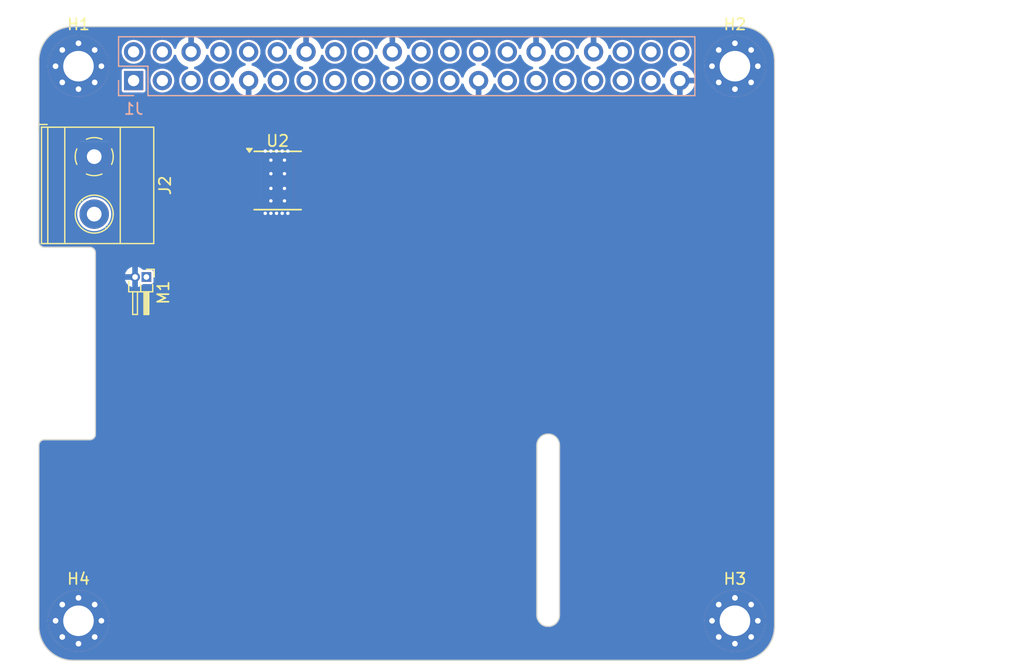
<source format=kicad_pcb>
(kicad_pcb (version 20240108) (generator "pcbnew") (generator_version "8.0")
  (title_block (date "15 nov 2012"))
  (layers (0 "F.Cu" signal) (31 "B.Cu" signal) (34 "B.Paste" user) (35 "F.Paste" user) (36 "B.SilkS" user "B.Silkscreen") (37 "F.SilkS" user "F.Silkscreen") (38 "B.Mask" user) (39 "F.Mask" user) (44 "Edge.Cuts" user))
  (net 0 "")
  (net 1 "GND")
  (net 2 "/GPIO2{slash}SDA1")
  (net 3 "/GPIO3{slash}SCL1")
  (net 4 "/GPIO4{slash}GPCLK0")
  (net 5 "/GPIO14{slash}TXD0")
  (net 6 "/GPIO15{slash}RXD0")
  (net 7 "/GPIO17")
  (net 8 "/GPIO18{slash}PCM.CLK")
  (net 9 "/GPIO27")
  (net 10 "/GPIO22")
  (net 11 "/GPIO23")
  (net 12 "/GPIO24")
  (net 13 "/GPIO10{slash}SPI0.MOSI")
  (net 14 "/GPIO9{slash}SPI0.MISO")
  (net 15 "/GPIO25")
  (net 16 "/GPIO11{slash}SPI0.SCLK")
  (net 17 "/GPIO8{slash}SPI0.CE0")
  (net 18 "/GPIO7{slash}SPI0.CE1")
  (net 19 "/ID_SDA")
  (net 20 "/ID_SCL")
  (net 21 "/GPIO5")
  (net 22 "/GPIO6")
  (net 23 "/GPIO12{slash}PWM0")
  (net 24 "/GPIO13{slash}PWM1")
  (net 25 "/GPIO19{slash}PCM.FS")
  (net 26 "/GPIO16")
  (net 27 "/GPIO26")
  (net 28 "/GPIO20{slash}PCM.DIN")
  (net 29 "/GPIO21{slash}PCM.DOUT")
  (net 30 "+5V")
  (net 31 "+3V3")
  (net 32 "Net-(U2-SS)")
  (net 33 "Net-(U2-COMP)")
  (net 34 "Net-(U2-VSENSE)")
  (net 35 "Net-(U2-BOOT)")
  (net 36 "Net-(J2-Pin_2)")
  (net 37 "Net-(U2-EN)")
  (net 38 "Net-(U2-PH)")
  (footprint "Connector_PinHeader_1.00mm:PinHeader_1x02_P1.00mm_Horizontal" (layer "F.Cu") (at 109.5 66.125 -90)
    (property "Reference" "M1" (at 1.375 -1.5 90) (layer "F.SilkS"))
    (property "Value" "Fan")
    (fp_line (start 1.31 1.56) (end 0.394493 1.56) (stroke (width 0.12)) (layer "F.SilkS"))
    (fp_line (start 3.31 1.21) (end 1.31 1.21) (stroke (width 0.12)) (layer "F.SilkS"))
    (fp_line (start 1.31 0.79) (end 3.31 0.79) (stroke (width 0.12)) (layer "F.SilkS"))
    (fp_line (start 3.31 0.79) (end 3.31 1.21) (stroke (width 0.12)) (layer "F.SilkS"))
    (fp_line (start 0.685 0.5) (end 1.31 0.5) (stroke (width 0.12)) (layer "F.SilkS"))
    (fp_line (start 3.31 0.21) (end 1.31 0.21) (stroke (width 0.12)) (layer "F.SilkS"))
    (fp_line (start 1.31 0.09) (end 3.31 0.09) (stroke (width 0.12)) (layer "F.SilkS"))
    (fp_line (start -0.685 0) (end -0.685 -0.685) (stroke (width 0.12)) (layer "F.SilkS"))
    (fp_line (start 1.31 -0.03) (end 3.31 -0.03) (stroke (width 0.12)) (layer "F.SilkS"))
    (fp_line (start 1.31 -0.15) (end 3.31 -0.15) (stroke (width 0.12)) (layer "F.SilkS"))
    (fp_line (start 1.31 -0.21) (end 3.31 -0.21) (stroke (width 0.12)) (layer "F.SilkS"))
    (fp_line (start 3.31 -0.21) (end 3.31 0.21) (stroke (width 0.12)) (layer "F.SilkS"))
    (fp_line (start 0.685 -0.56) (end 1.31 -0.56) (stroke (width 0.12)) (layer "F.SilkS"))
    (fp_line (start 1.31 -0.56) (end 1.31 1.56) (stroke (width 0.12)) (layer "F.SilkS"))
    (fp_line (start -0.685 -0.685) (end 0 -0.685) (stroke (width 0.12)) (layer "F.SilkS"))
    (pad "1" thru_hole rect (at 0 0 270) (size 0.85 0.85) (drill 0.5) (layers "*.Cu" "*.Mask") (net 30 "+5V"))
    (pad "2" thru_hole oval (at 0 1 270) (size 0.85 0.85) (drill 0.5) (layers "*.Cu" "*.Mask") (net 1 "GND"))
  )
  (footprint "MountingHole:MountingHole_2.7mm_Pad_Via" (layer "F.Cu") (at 161.5 96.5)
    (property "Reference" "H3" (at 0 -3.7 0) (layer "F.SilkS"))
    (property "Value" "MountingHole_Pad")
    (pad "1" thru_hole circle (at -2.025 0) (size 0.8 0.8) (drill 0.5) (layers "*.Cu" "*.Mask") (net 1 "GND"))
    (pad "1" thru_hole circle (at -1.431891 -1.431891) (size 0.8 0.8) (drill 0.5) (layers "*.Cu" "*.Mask") (net 1 "GND"))
    (pad "1" thru_hole circle (at -1.431891 1.431891) (size 0.8 0.8) (drill 0.5) (layers "*.Cu" "*.Mask") (net 1 "GND"))
    (pad "1" thru_hole circle (at 0 -2.025) (size 0.8 0.8) (drill 0.5) (layers "*.Cu" "*.Mask") (net 1 "GND"))
    (pad "1" thru_hole circle (at 0 0) (size 5.4 5.4) (drill 2.7) (layers "*.Cu" "*.Mask") (net 1 "GND"))
    (pad "1" thru_hole circle (at 0 2.025) (size 0.8 0.8) (drill 0.5) (layers "*.Cu" "*.Mask") (net 1 "GND"))
    (pad "1" thru_hole circle (at 1.431891 -1.431891) (size 0.8 0.8) (drill 0.5) (layers "*.Cu" "*.Mask") (net 1 "GND"))
    (pad "1" thru_hole circle (at 1.431891 1.431891) (size 0.8 0.8) (drill 0.5) (layers "*.Cu" "*.Mask") (net 1 "GND"))
    (pad "1" thru_hole circle (at 2.025 0) (size 0.8 0.8) (drill 0.5) (layers "*.Cu" "*.Mask") (net 1 "GND"))
  )
  (footprint "Package_SO:TI_SO-PowerPAD-8_ThermalVias" (layer "F.Cu") (at 121.1 57.6)
    (property "Reference" "U2" (at 0 -3.5 360) (layer "F.SilkS"))
    (property "Value" "TPS54336ADDA")
    (fp_line (start -2.075 -2.575) (end 2.075 -2.575) (stroke (width 0.15)) (layer "F.SilkS"))
    (fp_line (start -2.075 2.575) (end 2.075 2.575) (stroke (width 0.15)) (layer "F.SilkS"))
    (fp_poly (pts (xy -2.5 -2.5) (xy -2.74 -2.83) (xy -2.26 -2.83) (xy -2.5 -2.5)) (stroke (width 0.12)) (fill solid) (layer "F.SilkS"))
    (pad "1" smd rect (at -2.7 -1.905) (size 1.55 0.6) (layers "F.Cu" "F.Paste" "F.Mask") (net 35 "Net-(U2-BOOT)"))
    (pad "2" smd rect (at -2.7 -0.635) (size 1.55 0.6) (layers "F.Cu" "F.Paste" "F.Mask") (net 36 "Net-(J2-Pin_2)"))
    (pad "3" smd rect (at -2.7 0.635) (size 1.55 0.6) (layers "F.Cu" "F.Paste" "F.Mask") (net 38 "Net-(U2-PH)"))
    (pad "4" smd rect (at -2.7 1.905) (size 1.55 0.6) (layers "F.Cu" "F.Paste" "F.Mask") (net 1 "GND"))
    (pad "5" smd rect (at 2.7 1.905) (size 1.55 0.6) (layers "F.Cu" "F.Paste" "F.Mask") (net 34 "Net-(U2-VSENSE)"))
    (pad "6" smd rect (at 2.7 0.635) (size 1.55 0.6) (layers "F.Cu" "F.Paste" "F.Mask") (net 33 "Net-(U2-COMP)"))
    (pad "7" smd rect (at 2.7 -0.635) (size 1.55 0.6) (layers "F.Cu" "F.Paste" "F.Mask") (net 37 "Net-(U2-EN)"))
    (pad "8" smd rect (at 2.7 -1.905) (size 1.55 0.6) (layers "F.Cu" "F.Paste" "F.Mask") (net 32 "Net-(U2-SS)"))
    (pad "9" thru_hole circle (at -0.6 -1.8) (size 0.6 0.6) (drill 0.3) (layers "*.Cu") (net 1 "GND"))
    (pad "9" thru_hole circle (at -0.6 -0.6) (size 0.6 0.6) (drill 0.3) (layers "*.Cu") (net 1 "GND"))
    (pad "9" thru_hole circle (at -0.6 0.7) (size 0.6 0.6) (drill 0.3) (layers "*.Cu") (net 1 "GND"))
    (pad "9" thru_hole circle (at -0.6 1.8) (size 0.6 0.6) (drill 0.3) (layers "*.Cu") (net 1 "GND"))
    (pad "9" smd rect (at 0 0) (size 2.6 3.1) (layers "F.Cu" "F.Paste" "F.Mask") (net 1 "GND"))
    (pad "9" smd rect (at 0 0) (size 2.95 4.5) (layers "F.Cu") (net 1 "GND"))
    (pad "9" smd rect (at 0 0) (size 2.95 4.5) (layers "B.Cu") (net 1 "GND"))
    (pad "9" thru_hole circle (at 0.6 -1.8) (size 0.6 0.6) (drill 0.3) (layers "*.Cu") (net 1 "GND"))
    (pad "9" thru_hole circle (at 0.6 -0.6) (size 0.6 0.6) (drill 0.3) (layers "*.Cu") (net 1 "GND"))
    (pad "9" thru_hole circle (at 0.6 0.7) (size 0.6 0.6) (drill 0.3) (layers "*.Cu") (net 1 "GND"))
    (pad "9" thru_hole circle (at 0.6 1.8) (size 0.6 0.6) (drill 0.3) (layers "*.Cu") (net 1 "GND"))
  )
  (footprint "MountingHole:MountingHole_2.7mm_Pad_Via" (layer "F.Cu") (at 103.5 47.5)
    (property "Reference" "H1" (at 0 -3.7 0) (layer "F.SilkS"))
    (property "Value" "MountingHole_Pad")
    (pad "1" thru_hole circle (at -2.025 0) (size 0.8 0.8) (drill 0.5) (layers "*.Cu" "*.Mask") (net 1 "GND"))
    (pad "1" thru_hole circle (at -1.431891 -1.431891) (size 0.8 0.8) (drill 0.5) (layers "*.Cu" "*.Mask") (net 1 "GND"))
    (pad "1" thru_hole circle (at -1.431891 1.431891) (size 0.8 0.8) (drill 0.5) (layers "*.Cu" "*.Mask") (net 1 "GND"))
    (pad "1" thru_hole circle (at 0 -2.025) (size 0.8 0.8) (drill 0.5) (layers "*.Cu" "*.Mask") (net 1 "GND"))
    (pad "1" thru_hole circle (at 0 0) (size 5.4 5.4) (drill 2.7) (layers "*.Cu" "*.Mask") (net 1 "GND"))
    (pad "1" thru_hole circle (at 0 2.025) (size 0.8 0.8) (drill 0.5) (layers "*.Cu" "*.Mask") (net 1 "GND"))
    (pad "1" thru_hole circle (at 1.431891 -1.431891) (size 0.8 0.8) (drill 0.5) (layers "*.Cu" "*.Mask") (net 1 "GND"))
    (pad "1" thru_hole circle (at 1.431891 1.431891) (size 0.8 0.8) (drill 0.5) (layers "*.Cu" "*.Mask") (net 1 "GND"))
    (pad "1" thru_hole circle (at 2.025 0) (size 0.8 0.8) (drill 0.5) (layers "*.Cu" "*.Mask") (net 1 "GND"))
  )
  (footprint "MountingHole:MountingHole_2.7mm_Pad_Via" (layer "F.Cu") (at 103.5 96.5)
    (property "Reference" "H4" (at 0 -3.7 0) (layer "F.SilkS"))
    (property "Value" "MountingHole_Pad")
    (pad "1" thru_hole circle (at -2.025 0) (size 0.8 0.8) (drill 0.5) (layers "*.Cu" "*.Mask") (net 1 "GND"))
    (pad "1" thru_hole circle (at -1.431891 -1.431891) (size 0.8 0.8) (drill 0.5) (layers "*.Cu" "*.Mask") (net 1 "GND"))
    (pad "1" thru_hole circle (at -1.431891 1.431891) (size 0.8 0.8) (drill 0.5) (layers "*.Cu" "*.Mask") (net 1 "GND"))
    (pad "1" thru_hole circle (at 0 -2.025) (size 0.8 0.8) (drill 0.5) (layers "*.Cu" "*.Mask") (net 1 "GND"))
    (pad "1" thru_hole circle (at 0 0) (size 5.4 5.4) (drill 2.7) (layers "*.Cu" "*.Mask") (net 1 "GND"))
    (pad "1" thru_hole circle (at 0 2.025) (size 0.8 0.8) (drill 0.5) (layers "*.Cu" "*.Mask") (net 1 "GND"))
    (pad "1" thru_hole circle (at 1.431891 -1.431891) (size 0.8 0.8) (drill 0.5) (layers "*.Cu" "*.Mask") (net 1 "GND"))
    (pad "1" thru_hole circle (at 1.431891 1.431891) (size 0.8 0.8) (drill 0.5) (layers "*.Cu" "*.Mask") (net 1 "GND"))
    (pad "1" thru_hole circle (at 2.025 0) (size 0.8 0.8) (drill 0.5) (layers "*.Cu" "*.Mask") (net 1 "GND"))
  )
  (footprint "MountingHole:MountingHole_2.7mm_Pad_Via" (layer "F.Cu") (at 161.5 47.5)
    (property "Reference" "H2" (at 0 -3.7 0) (layer "F.SilkS"))
    (property "Value" "MountingHole_Pad")
    (pad "1" thru_hole circle (at -2.025 0) (size 0.8 0.8) (drill 0.5) (layers "*.Cu" "*.Mask") (net 1 "GND"))
    (pad "1" thru_hole circle (at -1.431891 -1.431891) (size 0.8 0.8) (drill 0.5) (layers "*.Cu" "*.Mask") (net 1 "GND"))
    (pad "1" thru_hole circle (at -1.431891 1.431891) (size 0.8 0.8) (drill 0.5) (layers "*.Cu" "*.Mask") (net 1 "GND"))
    (pad "1" thru_hole circle (at 0 -2.025) (size 0.8 0.8) (drill 0.5) (layers "*.Cu" "*.Mask") (net 1 "GND"))
    (pad "1" thru_hole circle (at 0 0) (size 5.4 5.4) (drill 2.7) (layers "*.Cu" "*.Mask") (net 1 "GND"))
    (pad "1" thru_hole circle (at 0 2.025) (size 0.8 0.8) (drill 0.5) (layers "*.Cu" "*.Mask") (net 1 "GND"))
    (pad "1" thru_hole circle (at 1.431891 -1.431891) (size 0.8 0.8) (drill 0.5) (layers "*.Cu" "*.Mask") (net 1 "GND"))
    (pad "1" thru_hole circle (at 1.431891 1.431891) (size 0.8 0.8) (drill 0.5) (layers "*.Cu" "*.Mask") (net 1 "GND"))
    (pad "1" thru_hole circle (at 2.025 0) (size 0.8 0.8) (drill 0.5) (layers "*.Cu" "*.Mask") (net 1 "GND"))
  )
  (footprint "TerminalBlock_Phoenix:TerminalBlock_Phoenix_MKDS-1,5-2-5.08_1x02_P5.08mm_Horizontal" (layer "F.Cu") (at 104.89 55.49 -90)
    (property "Reference" "J2" (at 2.54 -6.26 90) (layer "F.SilkS"))
    (property "Value" "Screw_Terminal_01x02")
    (fp_line (start -2.84 4.9) (end -2.34 4.9) (stroke (width 0.12)) (layer "F.SilkS"))
    (fp_line (start -2.6 4.66) (end 7.68 4.66) (stroke (width 0.12)) (layer "F.SilkS"))
    (fp_line (start -2.84 4.16) (end -2.84 4.9) (stroke (width 0.12)) (layer "F.SilkS"))
    (fp_line (start -2.6 4.1) (end 7.68 4.1) (stroke (width 0.12)) (layer "F.SilkS"))
    (fp_line (start -2.6 2.6) (end 7.68 2.6) (stroke (width 0.12)) (layer "F.SilkS"))
    (fp_line (start 4.046 1.239) (end 4.011 1.274) (stroke (width 0.12)) (layer "F.SilkS"))
    (fp_line (start 3.853 1.023) (end 3.806 1.069) (stroke (width 0.12)) (layer "F.SilkS"))
    (fp_line (start 6.355 -1.069) (end 6.308 -1.023) (stroke (width 0.12)) (layer "F.SilkS"))
    (fp_line (start 6.15 -1.275) (end 6.115 -1.239) (stroke (width 0.12)) (layer "F.SilkS"))
    (fp_line (start -2.6 -2.301) (end 7.68 -2.301) (stroke (width 0.12)) (layer "F.SilkS"))
    (fp_line (start -2.6 -5.261) (end -2.6 4.66) (stroke (width 0.12)) (layer "F.SilkS"))
    (fp_line (start -2.6 -5.261) (end 7.68 -5.261) (stroke (width 0.12)) (layer "F.SilkS"))
    (fp_line (start 7.68 -5.261) (end 7.68 4.66) (stroke (width 0.12)) (layer "F.SilkS"))
    (fp_arc (start 0.028805 1.680253) (mid -0.335551 1.646659) (end -0.684 1.535) (stroke (width 0.12)) (layer "F.SilkS"))
    (fp_arc (start 0.683318 1.534756) (mid 0.349292 1.643288) (end 0 1.68) (stroke (width 0.12)) (layer "F.SilkS"))
    (fp_arc (start -1.535427 0.683042) (mid -1.680501 -0.000524) (end -1.535 -0.684) (stroke (width 0.12)) (layer "F.SilkS"))
    (fp_arc (start 1.535427 -0.683042) (mid 1.680501 0.000524) (end 1.535 0.684) (stroke (width 0.12)) (layer "F.SilkS"))
    (fp_arc (start -0.683042 -1.535427) (mid 0.000524 -1.680501) (end 0.684 -1.535) (stroke (width 0.12)) (layer "F.SilkS"))
    (fp_circle (center 5.08 0) (end 6.76 0) (stroke (width 0.12)) (fill none) (layer "F.SilkS"))
    (pad "1" thru_hole rect (at 0 0 270) (size 2.6 2.6) (drill 1.3) (layers "*.Cu" "*.Mask") (net 1 "GND"))
    (pad "2" thru_hole circle (at 5.08 0 270) (size 2.6 2.6) (drill 1.3) (layers "*.Cu" "*.Mask") (net 36 "Net-(J2-Pin_2)"))
  )
  (footprint "Connector_PinSocket_2.54mm:PinSocket_2x20_P2.54mm_Vertical" (layer "B.Cu") (at 108.37 48.77 -90)
    (property "Reference" "J1" (at 2.5 0 0) (layer "B.SilkS") (effects (justify mirror)))
    (property "Value" "GPIO")
    (fp_line (start -3.87 1.33) (end -1.27 1.33) (stroke (width 0.12)) (layer "B.SilkS"))
    (fp_line (start -3.87 1.33) (end -3.87 -49.59) (stroke (width 0.12)) (layer "B.SilkS"))
    (fp_line (start -1.27 1.33) (end -1.27 -1.27) (stroke (width 0.12)) (layer "B.SilkS"))
    (fp_line (start 0 1.33) (end 1.33 1.33) (stroke (width 0.12)) (layer "B.SilkS"))
    (fp_line (start 1.33 1.33) (end 1.33 0) (stroke (width 0.12)) (layer "B.SilkS"))
    (fp_line (start -1.27 -1.27) (end 1.33 -1.27) (stroke (width 0.12)) (layer "B.SilkS"))
    (fp_line (start 1.33 -1.27) (end 1.33 -49.59) (stroke (width 0.12)) (layer "B.SilkS"))
    (fp_line (start -3.87 -49.59) (end 1.33 -49.59) (stroke (width 0.12)) (layer "B.SilkS"))
    (pad "1" thru_hole rect (at 0 0 270) (size 1.7 1.7) (drill 1) (layers "*.Cu" "*.Mask") (net 31 "+3V3"))
    (pad "2" thru_hole oval (at -2.54 0 270) (size 1.7 1.7) (drill 1) (layers "*.Cu" "*.Mask") (net 30 "+5V"))
    (pad "3" thru_hole oval (at 0 -2.54 270) (size 1.7 1.7) (drill 1) (layers "*.Cu" "*.Mask") (net 2 "/GPIO2{slash}SDA1"))
    (pad "4" thru_hole oval (at -2.54 -2.54 270) (size 1.7 1.7) (drill 1) (layers "*.Cu" "*.Mask") (net 30 "+5V"))
    (pad "5" thru_hole oval (at 0 -5.08 270) (size 1.7 1.7) (drill 1) (layers "*.Cu" "*.Mask") (net 3 "/GPIO3{slash}SCL1"))
    (pad "6" thru_hole oval (at -2.54 -5.08 270) (size 1.7 1.7) (drill 1) (layers "*.Cu" "*.Mask") (net 1 "GND"))
    (pad "7" thru_hole oval (at 0 -7.62 270) (size 1.7 1.7) (drill 1) (layers "*.Cu" "*.Mask") (net 4 "/GPIO4{slash}GPCLK0"))
    (pad "8" thru_hole oval (at -2.54 -7.62 270) (size 1.7 1.7) (drill 1) (layers "*.Cu" "*.Mask") (net 5 "/GPIO14{slash}TXD0"))
    (pad "9" thru_hole oval (at 0 -10.16 270) (size 1.7 1.7) (drill 1) (layers "*.Cu" "*.Mask") (net 1 "GND"))
    (pad "10" thru_hole oval (at -2.54 -10.16 270) (size 1.7 1.7) (drill 1) (layers "*.Cu" "*.Mask") (net 6 "/GPIO15{slash}RXD0"))
    (pad "11" thru_hole oval (at 0 -12.7 270) (size 1.7 1.7) (drill 1) (layers "*.Cu" "*.Mask") (net 7 "/GPIO17"))
    (pad "12" thru_hole oval (at -2.54 -12.7 270) (size 1.7 1.7) (drill 1) (layers "*.Cu" "*.Mask") (net 8 "/GPIO18{slash}PCM.CLK"))
    (pad "13" thru_hole oval (at 0 -15.24 270) (size 1.7 1.7) (drill 1) (layers "*.Cu" "*.Mask") (net 9 "/GPIO27"))
    (pad "14" thru_hole oval (at -2.54 -15.24 270) (size 1.7 1.7) (drill 1) (layers "*.Cu" "*.Mask") (net 1 "GND"))
    (pad "15" thru_hole oval (at 0 -17.78 270) (size 1.7 1.7) (drill 1) (layers "*.Cu" "*.Mask") (net 10 "/GPIO22"))
    (pad "16" thru_hole oval (at -2.54 -17.78 270) (size 1.7 1.7) (drill 1) (layers "*.Cu" "*.Mask") (net 11 "/GPIO23"))
    (pad "17" thru_hole oval (at 0 -20.32 270) (size 1.7 1.7) (drill 1) (layers "*.Cu" "*.Mask") (net 31 "+3V3"))
    (pad "18" thru_hole oval (at -2.54 -20.32 270) (size 1.7 1.7) (drill 1) (layers "*.Cu" "*.Mask") (net 12 "/GPIO24"))
    (pad "19" thru_hole oval (at 0 -22.86 270) (size 1.7 1.7) (drill 1) (layers "*.Cu" "*.Mask") (net 13 "/GPIO10{slash}SPI0.MOSI"))
    (pad "20" thru_hole oval (at -2.54 -22.86 270) (size 1.7 1.7) (drill 1) (layers "*.Cu" "*.Mask") (net 1 "GND"))
    (pad "21" thru_hole oval (at 0 -25.4 270) (size 1.7 1.7) (drill 1) (layers "*.Cu" "*.Mask") (net 14 "/GPIO9{slash}SPI0.MISO"))
    (pad "22" thru_hole oval (at -2.54 -25.4 270) (size 1.7 1.7) (drill 1) (layers "*.Cu" "*.Mask") (net 15 "/GPIO25"))
    (pad "23" thru_hole oval (at 0 -27.94 270) (size 1.7 1.7) (drill 1) (layers "*.Cu" "*.Mask") (net 16 "/GPIO11{slash}SPI0.SCLK"))
    (pad "24" thru_hole oval (at -2.54 -27.94 270) (size 1.7 1.7) (drill 1) (layers "*.Cu" "*.Mask") (net 17 "/GPIO8{slash}SPI0.CE0"))
    (pad "25" thru_hole oval (at 0 -30.48 270) (size 1.7 1.7) (drill 1) (layers "*.Cu" "*.Mask") (net 1 "GND"))
    (pad "26" thru_hole oval (at -2.54 -30.48 270) (size 1.7 1.7) (drill 1) (layers "*.Cu" "*.Mask") (net 18 "/GPIO7{slash}SPI0.CE1"))
    (pad "27" thru_hole oval (at 0 -33.02 270) (size 1.7 1.7) (drill 1) (layers "*.Cu" "*.Mask") (net 19 "/ID_SDA"))
    (pad "28" thru_hole oval (at -2.54 -33.02 270) (size 1.7 1.7) (drill 1) (layers "*.Cu" "*.Mask") (net 20 "/ID_SCL"))
    (pad "29" thru_hole oval (at 0 -35.56 270) (size 1.7 1.7) (drill 1) (layers "*.Cu" "*.Mask") (net 21 "/GPIO5"))
    (pad "30" thru_hole oval (at -2.54 -35.56 270) (size 1.7 1.7) (drill 1) (layers "*.Cu" "*.Mask") (net 1 "GND"))
    (pad "31" thru_hole oval (at 0 -38.1 270) (size 1.7 1.7) (drill 1) (layers "*.Cu" "*.Mask") (net 22 "/GPIO6"))
    (pad "32" thru_hole oval (at -2.54 -38.1 270) (size 1.7 1.7) (drill 1) (layers "*.Cu" "*.Mask") (net 23 "/GPIO12{slash}PWM0"))
    (pad "33" thru_hole oval (at 0 -40.64 270) (size 1.7 1.7) (drill 1) (layers "*.Cu" "*.Mask") (net 24 "/GPIO13{slash}PWM1"))
    (pad "34" thru_hole oval (at -2.54 -40.64 270) (size 1.7 1.7) (drill 1) (layers "*.Cu" "*.Mask") (net 1 "GND"))
    (pad "35" thru_hole oval (at 0 -43.18 270) (size 1.7 1.7) (drill 1) (layers "*.Cu" "*.Mask") (net 25 "/GPIO19{slash}PCM.FS"))
    (pad "36" thru_hole oval (at -2.54 -43.18 270) (size 1.7 1.7) (drill 1) (layers "*.Cu" "*.Mask") (net 26 "/GPIO16"))
    (pad "37" thru_hole oval (at 0 -45.72 270) (size 1.7 1.7) (drill 1) (layers "*.Cu" "*.Mask") (net 27 "/GPIO26"))
    (pad "38" thru_hole oval (at -2.54 -45.72 270) (size 1.7 1.7) (drill 1) (layers "*.Cu" "*.Mask") (net 28 "/GPIO20{slash}PCM.DIN"))
    (pad "39" thru_hole oval (at 0 -48.26 270) (size 1.7 1.7) (drill 1) (layers "*.Cu" "*.Mask") (net 1 "GND"))
    (pad "40" thru_hole oval (at -2.54 -48.26 270) (size 1.7 1.7) (drill 1) (layers "*.Cu" "*.Mask") (net 29 "/GPIO21{slash}PCM.DOUT"))
  )
  (gr_arc (start 100.5 63.5) (mid 100.146447 63.353553) (end 100 63) (stroke (width 0.1)) (layer "Edge.Cuts"))
  (gr_arc (start 162 44) (mid 164.12132 44.87868) (end 165 47) (stroke (width 0.1)) (layer "Edge.Cuts"))
  (gr_line (start 165 97) (end 165 47) (stroke (width 0.1)) (layer "Edge.Cuts"))
  (gr_line (start 100 47) (end 100 63) (stroke (width 0.1)) (layer "Edge.Cuts"))
  (gr_line (start 146 81) (end 146 96) (stroke (width 0.1)) (layer "Edge.Cuts"))
  (gr_line (start 144 96) (end 144 81) (stroke (width 0.1)) (layer "Edge.Cuts"))
  (gr_arc (start 103 100) (mid 100.87868 99.12132) (end 100 97) (stroke (width 0.1)) (layer "Edge.Cuts"))
  (gr_line (start 103 100) (end 162 100) (stroke (width 0.1)) (layer "Edge.Cuts"))
  (gr_line (start 104.5 80.5) (end 100.5 80.5) (stroke (width 0.1)) (layer "Edge.Cuts"))
  (gr_arc (start 144 81) (mid 145 80) (end 146 81) (stroke (width 0.1)) (layer "Edge.Cuts"))
  (gr_arc (start 100 81) (mid 100.146138 80.646755) (end 100.499127 80.500001) (stroke (width 0.1)) (layer "Edge.Cuts"))
  (gr_arc (start 165 97) (mid 164.12132 99.12132) (end 162 100) (stroke (width 0.1)) (layer "Edge.Cuts"))
  (gr_line (start 105 64) (end 105 80) (stroke (width 0.1)) (layer "Edge.Cuts"))
  (gr_arc (start 100 47) (mid 100.87868 44.87868) (end 103 44) (stroke (width 0.1)) (layer "Edge.Cuts"))
  (gr_arc (start 146 96) (mid 145 97) (end 144 96) (stroke (width 0.1)) (layer "Edge.Cuts"))
  (gr_line (start 100 81) (end 100 97) (stroke (width 0.1)) (layer "Edge.Cuts"))
  (gr_line (start 100.5 63.5) (end 104.5 63.5) (stroke (width 0.1)) (layer "Edge.Cuts"))
  (gr_arc (start 105 80) (mid 104.853553 80.353553) (end 104.5 80.5) (stroke (width 0.1)) (layer "Edge.Cuts"))
  (gr_arc (start 104.5 63.5) (mid 104.853553 63.646447) (end 105 64) (stroke (width 0.1)) (layer "Edge.Cuts"))
  (gr_line (start 162 44) (end 103 44) (stroke (width 0.1)) (layer "Edge.Cuts"))
  (segment (start 120.395 59.505) (end 120.5 59.4) (width 0.7) (layer "F.Cu") (net 1))
  (segment (start 118.4 59.505) (end 120.395 59.505) (width 0.7) (layer "F.Cu") (net 1))
  (via (at 120.5 60.5) (size 0.5) (drill 0.3) (layers "F.Cu" "B.Cu") (net 1))
  (via (at 122 60.5) (size 0.5) (drill 0.3) (layers "F.Cu" "B.Cu") (net 1))
  (via (at 121 55) (size 0.5) (drill 0.3) (layers "F.Cu" "B.Cu") (net 1))
  (via (at 122 55) (size 0.5) (drill 0.3) (layers "F.Cu" "B.Cu") (net 1))
  (via (at 120 55) (size 0.5) (drill 0.3) (layers "F.Cu" "B.Cu") (net 1))
  (via (at 121 60.5) (size 0.5) (drill 0.3) (layers "F.Cu" "B.Cu") (net 1))
  (via (at 121.5 55) (size 0.5) (drill 0.3) (layers "F.Cu" "B.Cu") (net 1))
  (via (at 120 60.5) (size 0.5) (drill 0.3) (layers "F.Cu" "B.Cu") (net 1))
  (via (at 121.5 60.5) (size 0.5) (drill 0.3) (layers "F.Cu" "B.Cu") (net 1))
  (via (at 120.5 55) (size 0.5) (drill 0.3) (layers "F.Cu" "B.Cu") (net 1))
  (zone (net 1) (net_name "GND") (layer "F.Cu") (priority 1) (connect_pads (clearance 0)) (min_thickness 0.25) (fill yes (thermal_gap 0.5) (thermal_bridge_width 0.5))
    (polygon (pts (xy 119.5 53) (xy 122.5 53) (xy 122.5 64) (xy 119.5 64)))
  )
  (zone (net 1) (net_name "GND") (layer "B.Cu") (connect_pads (clearance 0)) (min_thickness 0.25) (fill yes (thermal_gap 0.5) (thermal_bridge_width 0.5))
    (polygon (pts (xy 100 100) (xy 100 43) (xy 165 43) (xy 165 100)))
  )
)
</source>
